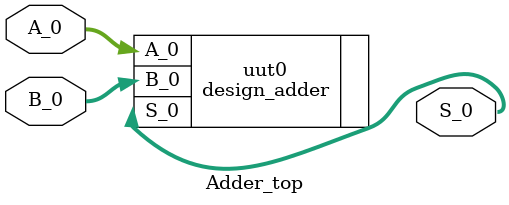
<source format=v>
`timescale 1ns / 1ps


module Adder_top(
   A_0,
    B_0,
    S_0);
  input [7:0]A_0;
  input [7:0]B_0;
  output [8:0]S_0;

  design_adder uut0
       (.A_0(A_0),
        .B_0(B_0),
        .S_0(S_0));
endmodule

</source>
